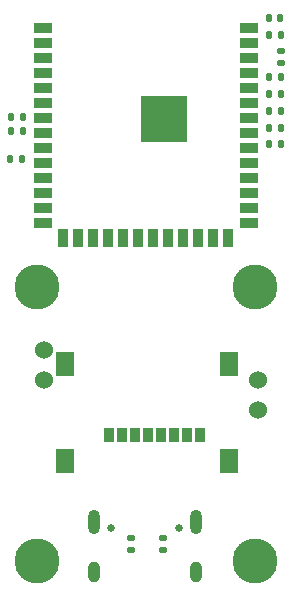
<source format=gbr>
%TF.GenerationSoftware,KiCad,Pcbnew,9.0.5*%
%TF.CreationDate,2025-11-05T17:03:25-05:00*%
%TF.ProjectId,flight-computer,666c6967-6874-42d6-936f-6d7075746572,rev?*%
%TF.SameCoordinates,Original*%
%TF.FileFunction,Soldermask,Bot*%
%TF.FilePolarity,Negative*%
%FSLAX46Y46*%
G04 Gerber Fmt 4.6, Leading zero omitted, Abs format (unit mm)*
G04 Created by KiCad (PCBNEW 9.0.5) date 2025-11-05 17:03:25*
%MOMM*%
%LPD*%
G01*
G04 APERTURE LIST*
G04 Aperture macros list*
%AMRoundRect*
0 Rectangle with rounded corners*
0 $1 Rounding radius*
0 $2 $3 $4 $5 $6 $7 $8 $9 X,Y pos of 4 corners*
0 Add a 4 corners polygon primitive as box body*
4,1,4,$2,$3,$4,$5,$6,$7,$8,$9,$2,$3,0*
0 Add four circle primitives for the rounded corners*
1,1,$1+$1,$2,$3*
1,1,$1+$1,$4,$5*
1,1,$1+$1,$6,$7*
1,1,$1+$1,$8,$9*
0 Add four rect primitives between the rounded corners*
20,1,$1+$1,$2,$3,$4,$5,0*
20,1,$1+$1,$4,$5,$6,$7,0*
20,1,$1+$1,$6,$7,$8,$9,0*
20,1,$1+$1,$8,$9,$2,$3,0*%
G04 Aperture macros list end*
%ADD10C,1.524000*%
%ADD11O,1.000000X1.800000*%
%ADD12O,1.000000X2.100000*%
%ADD13C,0.650000*%
%ADD14C,3.800000*%
%ADD15RoundRect,0.140000X0.140000X0.170000X-0.140000X0.170000X-0.140000X-0.170000X0.140000X-0.170000X0*%
%ADD16RoundRect,0.135000X0.135000X0.185000X-0.135000X0.185000X-0.135000X-0.185000X0.135000X-0.185000X0*%
%ADD17RoundRect,0.135000X-0.135000X-0.185000X0.135000X-0.185000X0.135000X0.185000X-0.135000X0.185000X0*%
%ADD18RoundRect,0.135000X-0.185000X0.135000X-0.185000X-0.135000X0.185000X-0.135000X0.185000X0.135000X0*%
%ADD19RoundRect,0.140000X-0.170000X0.140000X-0.170000X-0.140000X0.170000X-0.140000X0.170000X0.140000X0*%
%ADD20R,1.498600X2.006600*%
%ADD21R,0.812800X1.193800*%
%ADD22C,0.600000*%
%ADD23R,3.900000X3.900000*%
%ADD24R,1.500000X0.900000*%
%ADD25R,0.900000X1.500000*%
G04 APERTURE END LIST*
D10*
%TO.C,J6*%
X154281895Y-111071655D03*
X154281895Y-113611655D03*
%TD*%
%TO.C,J3*%
X136106895Y-111111555D03*
X136106895Y-108571555D03*
%TD*%
D11*
%TO.C,J5*%
X148981895Y-127321555D03*
D12*
X148981895Y-123141555D03*
D11*
X140341895Y-127321555D03*
D12*
X140341895Y-123141555D03*
D13*
X147551895Y-123641555D03*
X141771895Y-123641555D03*
%TD*%
D14*
%TO.C,H2*%
X153982000Y-103200000D03*
%TD*%
%TO.C,H4*%
X153982000Y-126450000D03*
%TD*%
%TO.C,H1*%
X135582000Y-103200000D03*
%TD*%
%TO.C,H3*%
X135582000Y-126450000D03*
%TD*%
D15*
%TO.C,C5*%
X155201895Y-80446555D03*
X156161895Y-80446555D03*
%TD*%
D16*
%TO.C,R14*%
X155171895Y-88346555D03*
X156191895Y-88346555D03*
%TD*%
D17*
%TO.C,R11*%
X134401895Y-90046555D03*
X133381895Y-90046555D03*
%TD*%
%TO.C,R1*%
X156191895Y-81846555D03*
X155171895Y-81846555D03*
%TD*%
D18*
%TO.C,R4*%
X143481895Y-125506555D03*
X143481895Y-124486555D03*
%TD*%
D16*
%TO.C,R12*%
X155171895Y-85446555D03*
X156191895Y-85446555D03*
%TD*%
D17*
%TO.C,R7*%
X134381895Y-88846555D03*
X133361895Y-88846555D03*
%TD*%
D19*
%TO.C,C3*%
X156181895Y-84226555D03*
X156181895Y-83266555D03*
%TD*%
D20*
%TO.C,J4*%
X137936895Y-109770255D03*
X137936895Y-117970256D03*
X151826895Y-109770255D03*
X151826895Y-117970256D03*
D21*
X149356895Y-115770256D03*
X148256895Y-115770256D03*
X147156894Y-115770256D03*
X146056894Y-115770256D03*
X144956896Y-115770256D03*
X143856896Y-115770256D03*
X142756895Y-115770256D03*
X141656895Y-115770256D03*
%TD*%
D16*
%TO.C,R8*%
X155171895Y-91146555D03*
X156191895Y-91146555D03*
%TD*%
D17*
%TO.C,R6*%
X134291895Y-92346555D03*
X133271895Y-92346555D03*
%TD*%
D22*
%TO.C,U2*%
X144867600Y-88300000D03*
X144867600Y-89700000D03*
X145567600Y-87600000D03*
X145567600Y-89000000D03*
X145567600Y-90400000D03*
X146267600Y-88300000D03*
D23*
X146267600Y-89000000D03*
D22*
X146267600Y-89700000D03*
X146967600Y-87600000D03*
X146967600Y-89000000D03*
X146967600Y-90400000D03*
X147667600Y-88300000D03*
X147667600Y-89700000D03*
D24*
X136017600Y-81280000D03*
X136017600Y-82550000D03*
X136017600Y-83820000D03*
X136017600Y-85090000D03*
X136017600Y-86360000D03*
X136017600Y-87630000D03*
X136017600Y-88900000D03*
X136017600Y-90170000D03*
X136017600Y-91440000D03*
X136017600Y-92710000D03*
X136017600Y-93980000D03*
X136017600Y-95250000D03*
X136017600Y-96520000D03*
X136017600Y-97790000D03*
D25*
X137782600Y-99040000D03*
X139052600Y-99040000D03*
X140322600Y-99040000D03*
X141592600Y-99040000D03*
X142862600Y-99040000D03*
X144132600Y-99040000D03*
X145402600Y-99040000D03*
X146672600Y-99040000D03*
X147942600Y-99040000D03*
X149212600Y-99040000D03*
X150482600Y-99040000D03*
X151752600Y-99040000D03*
D24*
X153517600Y-97790000D03*
X153517600Y-96520000D03*
X153517600Y-95250000D03*
X153517600Y-93980000D03*
X153517600Y-92710000D03*
X153517600Y-91440000D03*
X153517600Y-90170000D03*
X153517600Y-88900000D03*
X153517600Y-87630000D03*
X153517600Y-86360000D03*
X153517600Y-85090000D03*
X153517600Y-83820000D03*
X153517600Y-82550000D03*
X153517600Y-81280000D03*
%TD*%
D16*
%TO.C,R13*%
X155171895Y-86846555D03*
X156191895Y-86846555D03*
%TD*%
%TO.C,R15*%
X155171895Y-89746555D03*
X156191895Y-89746555D03*
%TD*%
D18*
%TO.C,R5*%
X146231895Y-125506555D03*
X146231895Y-124486555D03*
%TD*%
M02*

</source>
